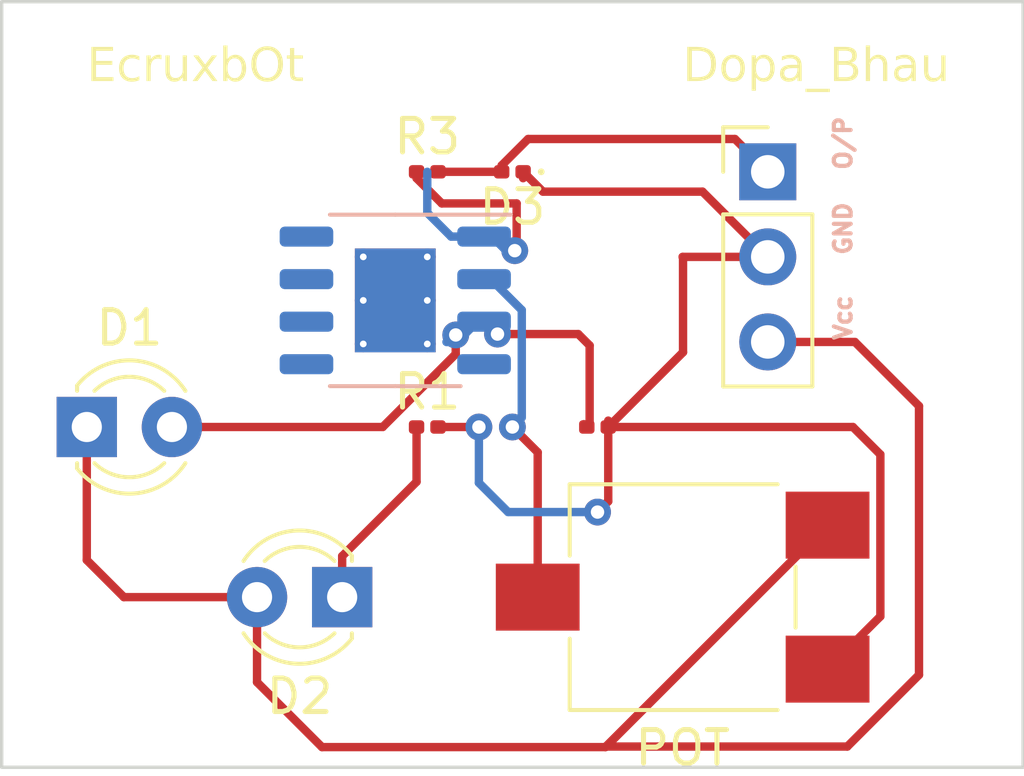
<source format=kicad_pcb>
(kicad_pcb (version 20221018) (generator pcbnew)
  (layers (0 "F.Cu" signal) (31 "B.Cu" signal) (34 "B.Paste" user) (35 "F.Paste" user) (36 "B.SilkS" user "B.Silkscreen") (37 "F.SilkS" user "F.Silkscreen") (38 "B.Mask" user) (39 "F.Mask" user) (44 "Edge.Cuts" user))
  (net 0 "")
  (net 1 "+5V")
  (net 2 "Net-(D1-A)")
  (net 3 "Net-(D2-K)")
  (net 4 "GND")
  (net 5 "/O{slash}P")
  (net 6 "Net-(R3-Pad1)")
  (net 7 "Net-(U1A--)")
  (footprint "Resistor_SMD:R_0201_0603Metric" (layer "F.Cu") (at 154.94 83.82)
    (fp_text reference "R1" (at 0 -1.05) (layer "F.SilkS"))
    (fp_text value "R" hide)
    (pad "1" smd roundrect (at -0.32 0) (size 0.46 0.4) (layers "F.Cu" "F.Mask") (net 3 "Net-(D2-K)"))
    (pad "2" smd roundrect (at 0.32 0) (size 0.46 0.4) (layers "F.Cu" "F.Mask") (net 4 "GND"))
  )
  (footprint "LED_THT:LED_D3.0mm_IRBlack" (layer "F.Cu") (at 144.78 83.82)
    (fp_text reference "D1" (at 1.27 -2.96) (layer "F.SilkS"))
    (fp_text value "D_Photo" hide)
    (fp_line (start -0.29 -1.236) (end -0.29 -1.08) (stroke (width 0.12)) (layer "F.SilkS"))
    (fp_line (start -0.29 1.08) (end -0.29 1.236) (stroke (width 0.12)) (layer "F.SilkS"))
    (fp_arc (start -0.29 -1.235516) (mid 1.366487 -1.987659) (end 2.942335 -1.078608) (stroke (width 0.12)) (layer "F.SilkS"))
    (fp_arc (start 0.229039 -1.08) (mid 1.270117 -1.5) (end 2.31113 -1.079837) (stroke (width 0.12)) (layer "F.SilkS"))
    (fp_arc (start 2.31113 1.079837) (mid 1.270117 1.5) (end 0.229039 1.08) (stroke (width 0.12)) (layer "F.SilkS"))
    (fp_arc (start 2.942335 1.078608) (mid 1.366487 1.987659) (end -0.29 1.235516) (stroke (width 0.12)) (layer "F.SilkS"))
    (pad "1" thru_hole rect (at 0 0) (size 1.8 1.8) (drill 0.9) (layers "*.Cu" "*.Mask") (net 1 "+5V"))
    (pad "2" thru_hole circle (at 2.54 0) (size 1.8 1.8) (drill 0.9) (layers "*.Cu" "*.Mask") (net 2 "Net-(D1-A)"))
  )
  (footprint "LED_SMD:LED_0201_0603Metric" (layer "F.Cu") (at 157.48 76.2 180)
    (fp_text reference "D3" (at 0 -1.05) (layer "F.SilkS"))
    (fp_text value "LED" hide)
    (fp_circle (center -0.86 0) (end -0.81 0) (stroke (width 0.1)) (fill none) (layer "F.SilkS"))
    (pad "1" smd roundrect (at -0.32 0 180) (size 0.46 0.4) (layers "F.Cu" "F.Mask") (net 4 "GND"))
    (pad "2" smd roundrect (at 0.32 0 180) (size 0.46 0.4) (layers "F.Cu" "F.Mask") (net 5 "/O{slash}P"))
  )
  (footprint "Resistor_SMD:R_0201_0603Metric" (layer "F.Cu") (at 154.94 76.2)
    (fp_text reference "R3" (at 0 -1.05) (layer "F.SilkS"))
    (fp_text value "R" hide)
    (pad "1" smd roundrect (at -0.32 0) (size 0.46 0.4) (layers "F.Cu" "F.Mask") (net 6 "Net-(R3-Pad1)"))
    (pad "2" smd roundrect (at 0.32 0) (size 0.46 0.4) (layers "F.Cu" "F.Mask") (net 5 "/O{slash}P"))
  )
  (footprint "LED_THT:LED_D3.0mm_IRBlack" (layer "F.Cu") (at 152.4 88.9 180)
    (fp_text reference "D2" (at 1.27 -2.96) (layer "F.SilkS"))
    (fp_text value "IR204A" hide)
    (fp_line (start -0.29 -1.236) (end -0.29 -1.08) (stroke (width 0.12)) (layer "F.SilkS"))
    (fp_line (start -0.29 1.08) (end -0.29 1.236) (stroke (width 0.12)) (layer "F.SilkS"))
    (fp_arc (start -0.29 -1.235516) (mid 1.366487 -1.987659) (end 2.942335 -1.078608) (stroke (width 0.12)) (layer "F.SilkS"))
    (fp_arc (start 0.229039 -1.08) (mid 1.270117 -1.5) (end 2.31113 -1.079837) (stroke (width 0.12)) (layer "F.SilkS"))
    (fp_arc (start 2.31113 1.079837) (mid 1.270117 1.5) (end 0.229039 1.08) (stroke (width 0.12)) (layer "F.SilkS"))
    (fp_arc (start 2.942335 1.078608) (mid 1.366487 1.987659) (end -0.29 1.235516) (stroke (width 0.12)) (layer "F.SilkS"))
    (pad "1" thru_hole rect (at 0 0 180) (size 1.8 1.8) (drill 0.9) (layers "*.Cu" "*.Mask") (net 3 "Net-(D2-K)"))
    (pad "2" thru_hole circle (at 2.54 0 180) (size 1.8 1.8) (drill 0.9) (layers "*.Cu" "*.Mask") (net 1 "+5V"))
  )
  (footprint "Resistor_SMD:R_0201_0603Metric" (layer "F.Cu") (at 160.02 83.82)
    (fp_text reference "R2" hide)
    (fp_text value "R" hide)
    (pad "1" smd roundrect (at -0.32 0) (size 0.46 0.4) (layers "F.Cu" "F.Mask") (net 2 "Net-(D1-A)"))
    (pad "2" smd roundrect (at 0.32 0) (size 0.46 0.4) (layers "F.Cu" "F.Mask") (net 4 "GND"))
  )
  (footprint "Connector_PinHeader_2.54mm:PinHeader_1x03_P2.54mm_Vertical" (layer "F.Cu") (at 165.1 76.2)
    (fp_text reference "J1" hide)
    (fp_text value "Conn_01x03_Pin" hide)
    (fp_line (start -1.33 -1.33) (end 0 -1.33) (stroke (width 0.12)) (layer "F.SilkS"))
    (fp_line (start -1.33 0) (end -1.33 -1.33) (stroke (width 0.12)) (layer "F.SilkS"))
    (fp_line (start -1.33 1.27) (end -1.33 6.41) (stroke (width 0.12)) (layer "F.SilkS"))
    (fp_line (start -1.33 1.27) (end 1.33 1.27) (stroke (width 0.12)) (layer "F.SilkS"))
    (fp_line (start -1.33 6.41) (end 1.33 6.41) (stroke (width 0.12)) (layer "F.SilkS"))
    (fp_line (start 1.33 1.27) (end 1.33 6.41) (stroke (width 0.12)) (layer "F.SilkS"))
    (pad "1" thru_hole rect (at 0 0) (size 1.7 1.7) (drill 1) (layers "*.Cu" "*.Mask") (net 5 "/O{slash}P"))
    (pad "2" thru_hole oval (at 0 2.54) (size 1.7 1.7) (drill 1) (layers "*.Cu" "*.Mask") (net 4 "GND"))
    (pad "3" thru_hole oval (at 0 5.08) (size 1.7 1.7) (drill 1) (layers "*.Cu" "*.Mask") (net 1 "+5V"))
  )
  (footprint "Potentiometer_SMD:Potentiometer_ACP_CA6-VSMD_Vertical" (layer "F.Cu") (at 162.56 88.9 180)
    (fp_text reference "POT" (at 0 -4.5) (layer "F.SilkS"))
    (fp_text value "R_Potentiometer" hide)
    (fp_line (start -3.37 -0.909) (end -3.37 0.91) (stroke (width 0.12)) (layer "F.SilkS"))
    (fp_line (start -2.834 -3.371) (end 3.37 -3.371) (stroke (width 0.12)) (layer "F.SilkS"))
    (fp_line (start -2.834 3.37) (end 3.37 3.37) (stroke (width 0.12)) (layer "F.SilkS"))
    (fp_line (start 3.37 -3.371) (end 3.37 -1.24) (stroke (width 0.12)) (layer "F.SilkS"))
    (fp_line (start 3.37 1.24) (end 3.37 3.37) (stroke (width 0.12)) (layer "F.SilkS"))
    (pad "1" smd rect (at -4.325 2.15 180) (size 2.5 2) (layers "F.Cu" "F.Paste" "F.Mask") (net 1 "+5V"))
    (pad "2" smd rect (at 4.325 0 180) (size 2.5 2) (layers "F.Cu" "F.Paste" "F.Mask") (net 7 "Net-(U1A--)"))
    (pad "3" smd rect (at -4.325 -2.15 180) (size 2.5 2) (layers "F.Cu" "F.Paste" "F.Mask") (net 4 "GND"))
  )
  (footprint "Package_SO:HSOP-8-1EP_3.9x4.9mm_P1.27mm_EP2.41x3.1mm_ThermalVias" (layer "B.Cu") (at 153.985 80.04 180)
    (fp_text reference "U1" hide)
    (fp_text value "LM358")
    (fp_line (start 0 -2.56) (end -1.95 -2.56) (stroke (width 0.12)) (layer "B.SilkS"))
    (fp_line (start 0 -2.56) (end 1.95 -2.56) (stroke (width 0.12)) (layer "B.SilkS"))
    (fp_line (start 0 2.56) (end -3.45 2.56) (stroke (width 0.12)) (layer "B.SilkS"))
    (fp_line (start 0 2.56) (end 1.95 2.56) (stroke (width 0.12)) (layer "B.SilkS"))
    (pad "1" smd roundrect (at -2.65 1.905 180) (size 1.6 0.6) (layers "B.Cu" "B.Paste" "B.Mask") (net 6 "Net-(R3-Pad1)"))
    (pad "2" smd roundrect (at -2.65 0.635 180) (size 1.6 0.6) (layers "B.Cu" "B.Paste" "B.Mask") (net 7 "Net-(U1A--)"))
    (pad "3" smd roundrect (at -2.65 -0.635 180) (size 1.6 0.6) (layers "B.Cu" "B.Paste" "B.Mask") (net 2 "Net-(D1-A)"))
    (pad "4" smd roundrect (at -2.65 -1.905 180) (size 1.6 0.6) (layers "B.Cu" "B.Paste" "B.Mask"))
    (pad "5" smd roundrect (at 2.65 -1.905 180) (size 1.6 0.6) (layers "B.Cu" "B.Paste" "B.Mask"))
    (pad "6" smd roundrect (at 2.65 -0.635 180) (size 1.6 0.6) (layers "B.Cu" "B.Paste" "B.Mask"))
    (pad "7" smd roundrect (at 2.65 0.635 180) (size 1.6 0.6) (layers "B.Cu" "B.Paste" "B.Mask"))
    (pad "8" smd roundrect (at 2.65 1.905 180) (size 1.6 0.6) (layers "B.Cu" "B.Paste" "B.Mask"))
    (pad "9" thru_hole circle (at -0.955 -1.3 180) (size 0.5 0.5) (drill 0.2) (layers "*.Cu"))
    (pad "9" thru_hole circle (at -0.955 0 180) (size 0.5 0.5) (drill 0.2) (layers "*.Cu"))
    (pad "9" thru_hole circle (at -0.955 1.3 180) (size 0.5 0.5) (drill 0.2) (layers "*.Cu"))
    (pad "9" smd rect (at 0 0 180) (size 2.41 3.1) (layers "F.Cu"))
    (pad "9" smd rect (at 0 0 180) (size 2.41 3.1) (layers "B.Cu" "B.Mask"))
    (pad "9" thru_hole circle (at 0.955 -1.3 180) (size 0.5 0.5) (drill 0.2) (layers "*.Cu"))
    (pad "9" thru_hole circle (at 0.955 0 180) (size 0.5 0.5) (drill 0.2) (layers "*.Cu"))
    (pad "9" thru_hole circle (at 0.955 1.3 180) (size 0.5 0.5) (drill 0.2) (layers "*.Cu"))
  )
  (gr_rect (start 142.24 71.12) (end 172.72 93.98) (stroke (width 0.1)) (fill none) (layer "Edge.Cuts"))
  (gr_text "O/P" (at 167.64 76.2 90) (layer "B.SilkS") (effects (font (size 0.5 0.5) (thickness 0.125) bold) (justify left bottom)))
  (gr_text "Vcc" (at 167.64 81.28 90) (layer "B.SilkS") (effects (font (size 0.5 0.5) (thickness 0.125) bold) (justify left bottom)))
  (gr_text "GND" (at 167.64 78.74 90) (layer "B.SilkS") (effects (font (size 0.5 0.5) (thickness 0.125) bold) (justify left bottom)))
  (gr_text "EcruxbOt" (at 144.78 73.66) (layer "F.SilkS") (effects (font (size 1 1)) (justify left bottom)))
  (gr_text "Dopa_Bhau" (at 162.56 73.66) (layer "F.SilkS") (effects (font (size 1 1)) (justify left bottom)))
  (segment (start 169.612933 91.222067) (end 167.473275 93.361725) (width 0.25) (layer "F.Cu") (net 1))
  (segment (start 149.86 91.44) (end 149.86 88.9) (width 0.25) (layer "F.Cu") (net 1))
  (segment (start 167.699056 81.28) (end 169.612933 83.193877) (width 0.25) (layer "F.Cu") (net 1))
  (segment (start 166.885 86.75) (end 160.257071 93.377929) (width 0.25) (layer "F.Cu") (net 1))
  (segment (start 165.1 81.28) (end 167.699056 81.28) (width 0.25) (layer "F.Cu") (net 1))
  (segment (start 144.78 87.79387) (end 145.88613 88.9) (width 0.25) (layer "F.Cu") (net 1))
  (segment (start 144.78 83.82) (end 144.78 87.79387) (width 0.25) (layer "F.Cu") (net 1))
  (segment (start 160.273275 93.361725) (end 166.885 86.75) (width 0.25) (layer "F.Cu") (net 1))
  (segment (start 160.257071 93.377929) (end 151.797929 93.377929) (width 0.25) (layer "F.Cu") (net 1))
  (segment (start 167.473275 93.361725) (end 160.273275 93.361725) (width 0.25) (layer "F.Cu") (net 1))
  (segment (start 169.612933 83.193877) (end 169.612933 91.222067) (width 0.25) (layer "F.Cu") (net 1))
  (segment (start 151.797929 93.377929) (end 149.86 91.44) (width 0.25) (layer "F.Cu") (net 1))
  (segment (start 145.88613 88.9) (end 149.86 88.9) (width 0.25) (layer "F.Cu") (net 1))
  (segment (start 155.789241 81.071516) (end 155.789241 81.640759) (width 0.25) (layer "F.Cu") (net 2))
  (segment (start 153.61 83.82) (end 147.32 83.82) (width 0.25) (layer "F.Cu") (net 2))
  (segment (start 159.7 83.82) (end 159.6155 83.7355) (width 0.25) (layer "F.Cu") (net 2))
  (segment (start 159.785 81.385) (end 159.785 83.735) (width 0.25) (layer "F.Cu") (net 2))
  (segment (start 157.0355 81.0455) (end 159.4455 81.0455) (width 0.25) (layer "F.Cu") (net 2))
  (segment (start 159.785 83.735) (end 159.7 83.82) (width 0.25) (layer "F.Cu") (net 2))
  (segment (start 155.789241 81.640759) (end 153.61 83.82) (width 0.25) (layer "F.Cu") (net 2))
  (segment (start 159.4455 81.0455) (end 159.785 81.385) (width 0.25) (layer "F.Cu") (net 2))
  (via (at 155.789241 81.071516) (size 0.8) (drill 0.4) (layers "F.Cu" "B.Cu") (net 2))
  (via (at 157.0355 81.0455) (size 0.8) (drill 0.4) (layers "F.Cu" "B.Cu") (net 2))
  (segment (start 156.433249 80.675) (end 155.828249 81.28) (width 0.25) (layer "B.Cu") (net 2))
  (segment (start 155.515 81.28) (end 155.580757 81.28) (width 0.25) (layer "B.Cu") (net 2))
  (segment (start 155.828249 81.28) (end 155.515 81.28) (width 0.25) (layer "B.Cu") (net 2))
  (segment (start 156.635 80.675) (end 156.665 80.675) (width 0.25) (layer "B.Cu") (net 2))
  (segment (start 155.580757 81.28) (end 155.789241 81.071516) (width 0.25) (layer "B.Cu") (net 2))
  (segment (start 156.665 80.675) (end 157.0355 81.0455) (width 0.25) (layer "B.Cu") (net 2))
  (segment (start 156.635 80.675) (end 156.433249 80.675) (width 0.25) (layer "B.Cu") (net 2))
  (segment (start 152.4 87.676154) (end 152.4 88.9) (width 0.25) (layer "F.Cu") (net 3))
  (segment (start 154.62 85.456154) (end 152.4 87.676154) (width 0.25) (layer "F.Cu") (net 3))
  (segment (start 154.62 83.82) (end 154.62 85.456154) (width 0.25) (layer "F.Cu") (net 3))
  (segment (start 157.8 76.2) (end 158.392736 76.792736) (width 0.25) (layer "F.Cu") (net 4))
  (segment (start 166.885 91.05) (end 168.46 89.475) (width 0.25) (layer "F.Cu") (net 4))
  (segment (start 162.56 78.74) (end 165.1 78.74) (width 0.25) (layer "F.Cu") (net 4))
  (segment (start 158.392736 76.792736) (end 163.152736 76.792736) (width 0.25) (layer "F.Cu") (net 4))
  (segment (start 162.571799 81.588201) (end 162.571799 78.751799) (width 0.25) (layer "F.Cu") (net 4))
  (segment (start 160.34 83.628959) (end 160.34 83.82) (width 0.25) (layer "F.Cu") (net 4))
  (segment (start 167.64 83.82) (end 160.34 83.82) (width 0.25) (layer "F.Cu") (net 4))
  (segment (start 160.34 86.04) (end 160.34 83.82) (width 0.25) (layer "F.Cu") (net 4))
  (segment (start 168.46 84.64) (end 167.64 83.82) (width 0.25) (layer "F.Cu") (net 4))
  (segment (start 160.02 86.36) (end 160.34 86.04) (width 0.25) (layer "F.Cu") (net 4))
  (segment (start 160.34 83.82) (end 162.571799 81.588201) (width 0.25) (layer "F.Cu") (net 4))
  (segment (start 168.46 89.475) (end 168.46 84.64) (width 0.25) (layer "F.Cu") (net 4))
  (segment (start 155.26 83.82) (end 156.480497 83.82) (width 0.25) (layer "F.Cu") (net 4))
  (segment (start 162.571799 78.751799) (end 162.56 78.74) (width 0.25) (layer "F.Cu") (net 4))
  (segment (start 157.8 76.2) (end 157.8 76.391041) (width 0.25) (layer "F.Cu") (net 4))
  (segment (start 163.152736 76.792736) (end 165.1 78.74) (width 0.25) (layer "F.Cu") (net 4))
  (via (at 156.480497 83.82) (size 0.8) (drill 0.4) (layers "F.Cu" "B.Cu") (net 4))
  (via (at 160.02 86.36) (size 0.8) (drill 0.4) (layers "F.Cu" "B.Cu") (net 4))
  (segment (start 156.480497 83.82) (end 156.480497 85.48781) (width 0.25) (layer "B.Cu") (net 4))
  (segment (start 157.352687 86.36) (end 160.02 86.36) (width 0.25) (layer "B.Cu") (net 4))
  (segment (start 156.480497 85.48781) (end 157.352687 86.36) (width 0.25) (layer "B.Cu") (net 4))
  (segment (start 157.949075 75.219884) (end 157.16 76.008959) (width 0.25) (layer "F.Cu") (net 5))
  (segment (start 157.16 76.008959) (end 157.16 76.2) (width 0.25) (layer "F.Cu") (net 5))
  (segment (start 165.1 76.2) (end 164.119884 75.219884) (width 0.25) (layer "F.Cu") (net 5))
  (segment (start 157.16 76.2) (end 155.26 76.2) (width 0.25) (layer "F.Cu") (net 5))
  (segment (start 157.16 76.2) (end 157.245 76.2) (width 0.25) (layer "F.Cu") (net 5))
  (segment (start 164.119884 75.219884) (end 157.949075 75.219884) (width 0.25) (layer "F.Cu") (net 5))
  (segment (start 157.607313 78.497153) (end 157.607313 77.143812) (width 0.25) (layer "F.Cu") (net 6))
  (segment (start 155.372771 77.143812) (end 154.62 76.391041) (width 0.25) (layer "F.Cu") (net 6))
  (segment (start 157.550403 78.554063) (end 157.607313 78.497153) (width 0.25) (layer "F.Cu") (net 6))
  (segment (start 157.607313 77.143812) (end 155.372771 77.143812) (width 0.25) (layer "F.Cu") (net 6))
  (segment (start 154.62 76.391041) (end 154.62 76.2) (width 0.25) (layer "F.Cu") (net 6))
  (via (at 157.550403 78.554063) (size 0.8) (drill 0.4) (layers "F.Cu" "B.Cu") (net 6))
  (segment (start 155.651155 78.135) (end 154.94 77.423845) (width 0.25) (layer "B.Cu") (net 6))
  (segment (start 156.635 78.135) (end 156.875 78.135) (width 0.25) (layer "B.Cu") (net 6))
  (segment (start 157.550403 78.669597) (end 157.550403 78.554063) (width 0.25) (layer "B.Cu") (net 6))
  (segment (start 156.635 78.135) (end 155.651155 78.135) (width 0.25) (layer "B.Cu") (net 6))
  (segment (start 154.94 77.423845) (end 154.94 76.2) (width 0.25) (layer "B.Cu") (net 6))
  (segment (start 156.875 78.135) (end 157.48 78.74) (width 0.25) (layer "B.Cu") (net 6))
  (segment (start 157.48 78.74) (end 157.550403 78.669597) (width 0.25) (layer "B.Cu") (net 6))
  (segment (start 158.235 84.575) (end 158.235 88.9) (width 0.25) (layer "F.Cu") (net 7))
  (segment (start 157.48 83.82) (end 158.235 84.575) (width 0.25) (layer "F.Cu") (net 7))
  (via (at 157.48 83.82) (size 0.8) (drill 0.4) (layers "F.Cu" "B.Cu") (net 7))
  (segment (start 157.76 80.328249) (end 157.76 83.54) (width 0.25) (layer "B.Cu") (net 7))
  (segment (start 156.635 79.405) (end 156.836751 79.405) (width 0.25) (layer "B.Cu") (net 7))
  (segment (start 156.836751 79.405) (end 157.76 80.328249) (width 0.25) (layer "B.Cu") (net 7))
)
</source>
